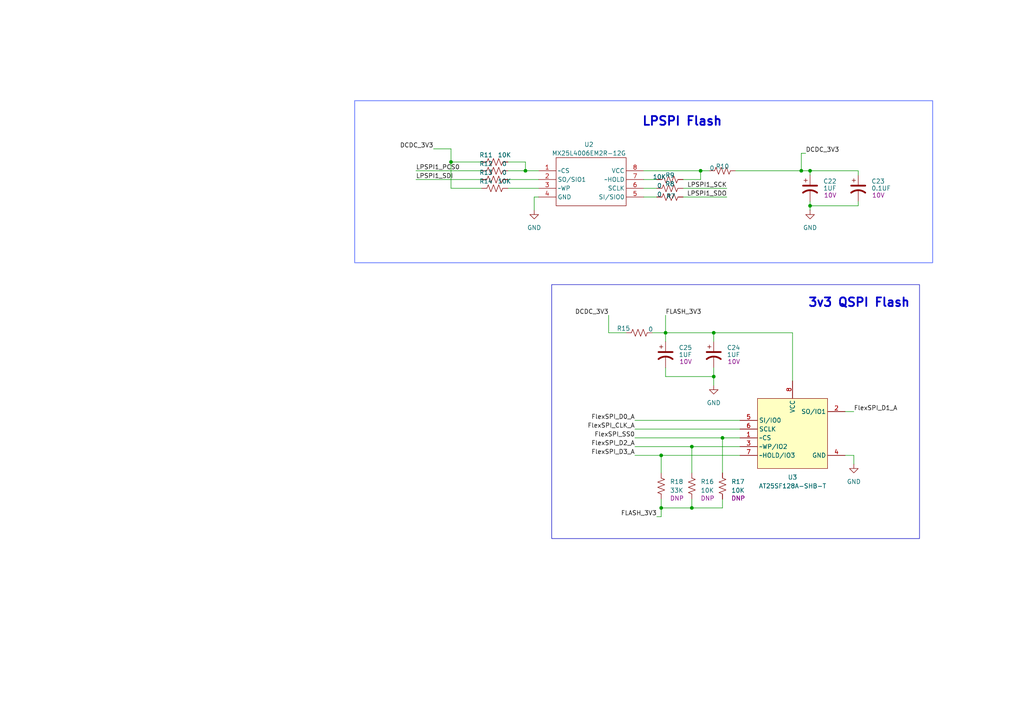
<source format=kicad_sch>
(kicad_sch (version 20231120) (generator "eeschema") (generator_version "8.0")
  (paper "A4")
  (lib_symbols
    (symbol "Device:C_Polarized_US" (pin_numbers hide) (pin_names (offset 0.254) hide)
      (property "Reference" "C" (at 0.635 2.54 0))
      (property "Value" "C_Polarized_US" (at 0.635 -2.54 0))
      (symbol "C_Polarized_US_0_1"
        (polyline (pts (xy -2.032 0.762) (xy 2.032 0.762)) (stroke (width 0.508)))
        (polyline (pts (xy -1.778 2.286) (xy -0.762 2.286)))
        (polyline (pts (xy -1.27 1.778) (xy -1.27 2.794)))
        (arc (start 2.032 -1.27) (mid 0 -0.5572) (end -2.032 -1.27) (stroke (width 0.508)))
      )
      (symbol "C_Polarized_US_1_1"
        (pin passive line (at 0 3.81 270) (length 2.794) (name "~") (number "1"))
        (pin passive line (at 0 -3.81 90) (length 3.302) (name "~") (number "2"))
      )
    )
    (symbol "Device:R_US" (pin_numbers hide) (pin_names (offset 0))
      (property "Reference" "R" (at 2.54 0 90))
      (property "Value" "R_US" (at -2.54 0 90))
      (symbol "R_US_0_1"
        (polyline (pts (xy 0 -2.286) (xy 0 -2.54)))
        (polyline (pts (xy 0 2.286) (xy 0 2.54)))
        (polyline (pts (xy 0 -0.762) (xy 1.016 -1.143) (xy 0 -1.524) (xy -1.016 -1.905) (xy 0 -2.286)))
        (polyline (pts (xy 0 0.762) (xy 1.016 0.381) (xy 0 0) (xy -1.016 -0.381) (xy 0 -0.762)))
        (polyline (pts (xy 0 2.286) (xy 1.016 1.905) (xy 0 1.524) (xy -1.016 1.143) (xy 0 0.762)))
      )
      (symbol "R_US_1_1"
        (pin passive line (at 0 3.81 270) (length 1.27) (name "~") (number "1"))
        (pin passive line (at 0 -3.81 90) (length 1.27) (name "~") (number "2"))
      )
    )
    (symbol "power:GND" (power) (pin_numbers hide) (pin_names (offset 0) hide)
      (property "Value" "GND" (at 0 -3.81 0))
      (symbol "GND_0_1"
        (polyline (pts (xy 0 0) (xy 0 -1.27) (xy 1.27 -1.27) (xy 0 -2.54) (xy -1.27 -1.27) (xy 0 -1.27)))
      )
      (symbol "GND_1_1"
        (pin power_in line (at 0 0 270) (length 0) (name "~") (number "1"))
      )
    )
    (symbol "qris_iot:AT25SF128A-SHB-T"
      (property "Reference" "U" (at -8.636 11.938 0))
      (property "Value" "AT25SF128A-SHB-T" (at 0 -8.128 0))
      (symbol "AT25SF128A-SHB-T_1_1"
        (rectangle (start -10.16 13.97) (end 10.16 -6.35) (fill (type background)))
        (pin input line (at -15.24 2.54 0) (length 5) (name "~CS") (number "1"))
        (pin input line (at 15.24 10.16 180) (length 5) (name "SO/IO1") (number "2"))
        (pin input line (at -15.24 0 0) (length 5) (name "~WP/IO2") (number "3"))
        (pin input line (at 15.24 -2.54 180) (length 5) (name "GND") (number "4"))
        (pin input line (at -15.24 7.62 0) (length 5) (name "SI/IO0") (number "5"))
        (pin input line (at -15.24 5.08 0) (length 5) (name "SCLK") (number "6"))
        (pin input line (at -15.24 -2.54 0) (length 5) (name "~HOLD/IO3") (number "7"))
        (pin input line (at 0 19.05 270) (length 5) (name "VCC") (number "8"))
      )
    )
    (symbol "qris_iot:MX25L4006EM2R-12G"
      (property "Reference" "U" (at -0.508 6.35 0))
      (property "Value" "MX25L4006EM2R-12G" (at 0 -7.874 0))
      (symbol "MX25L4006EM2R-12G_0_1"
        (rectangle (start -10.16 7.62) (end 10.16 -6.35))
      )
      (symbol "MX25L4006EM2R-12G_1_1"
        (pin input line (at -15.24 3.81 0) (length 5) (name "~CS") (number "1"))
        (pin input line (at -15.24 1.27 0) (length 5) (name "SO/SIO1") (number "2"))
        (pin input line (at -15.24 -1.27 0) (length 5) (name "~WP") (number "3"))
        (pin input line (at -15.24 -3.81 0) (length 5) (name "GND") (number "4"))
        (pin input line (at 15.24 -3.81 180) (length 5) (name "SI/SIO0") (number "5"))
        (pin input line (at 15.24 -1.27 180) (length 5) (name "SCLK") (number "6"))
        (pin input line (at 15.24 1.27 180) (length 5) (name "~HOLD") (number "7"))
        (pin input line (at 15.24 3.81 180) (length 5) (name "VCC") (number "8"))
      )
    )
  )
  (junction (at 203.2 49.53))
  (junction (at 191.77 147.32))
  (junction (at 200.66 129.54))
  (junction (at 234.95 49.53))
  (junction (at 207.01 96.52))
  (junction (at 209.55 127))
  (junction (at 232.41 49.53))
  (junction (at 152.4 49.53))
  (junction (at 193.04 96.52))
  (junction (at 200.66 147.32))
  (junction (at 234.95 59.69))
  (junction (at 130.81 46.99))
  (junction (at 191.77 132.08))
  (junction (at 207.01 109.22))
  (wire (pts (xy 184.15 129.54) (xy 200.66 129.54)))
  (wire (pts (xy 198.12 57.15) (xy 210.82 57.15)))
  (wire (pts (xy 193.04 99.06) (xy 193.04 96.52)))
  (wire (pts (xy 207.01 96.52) (xy 207.01 99.06)))
  (wire (pts (xy 186.69 52.07) (xy 190.5 52.07)))
  (wire (pts (xy 139.7 54.61) (xy 130.81 54.61)))
  (wire (pts (xy 176.53 91.44) (xy 176.53 96.52)))
  (wire (pts (xy 156.21 57.15) (xy 154.94 57.15)))
  (wire (pts (xy 186.69 54.61) (xy 190.5 54.61)))
  (wire (pts (xy 147.32 46.99) (xy 152.4 46.99)))
  (wire (pts (xy 198.12 52.07) (xy 203.2 52.07)))
  (wire (pts (xy 147.32 49.53) (xy 152.4 49.53)))
  (wire (pts (xy 207.01 109.22) (xy 207.01 111.76)))
  (wire (pts (xy 191.77 149.86) (xy 191.77 147.32)))
  (wire (pts (xy 200.66 144.78) (xy 200.66 147.32)))
  (wire (pts (xy 130.81 43.18) (xy 130.81 46.99)))
  (wire (pts (xy 233.68 44.45) (xy 232.41 44.45)))
  (wire (pts (xy 245.11 132.08) (xy 247.65 132.08)))
  (wire (pts (xy 130.81 54.61) (xy 130.81 46.99)))
  (wire (pts (xy 229.87 96.52) (xy 207.01 96.52)))
  (wire (pts (xy 234.95 59.69) (xy 234.95 60.96)))
  (wire (pts (xy 200.66 129.54) (xy 214.63 129.54)))
  (wire (pts (xy 200.66 129.54) (xy 200.66 137.16)))
  (wire (pts (xy 184.15 121.92) (xy 214.63 121.92)))
  (wire (pts (xy 120.65 49.53) (xy 139.7 49.53)))
  (wire (pts (xy 234.95 58.42) (xy 234.95 59.69)))
  (wire (pts (xy 193.04 109.22) (xy 207.01 109.22)))
  (wire (pts (xy 125.73 43.18) (xy 130.81 43.18)))
  (wire (pts (xy 120.65 52.07) (xy 139.7 52.07)))
  (wire (pts (xy 234.95 49.53) (xy 248.92 49.53)))
  (wire (pts (xy 209.55 144.78) (xy 209.55 147.32)))
  (wire (pts (xy 213.36 49.53) (xy 232.41 49.53)))
  (wire (pts (xy 184.15 127) (xy 209.55 127)))
  (wire (pts (xy 209.55 127) (xy 214.63 127)))
  (wire (pts (xy 248.92 58.42) (xy 248.92 59.69)))
  (wire (pts (xy 198.12 54.61) (xy 210.82 54.61)))
  (wire (pts (xy 154.94 57.15) (xy 154.94 60.96)))
  (wire (pts (xy 152.4 46.99) (xy 152.4 49.53)))
  (wire (pts (xy 191.77 132.08) (xy 191.77 137.16)))
  (wire (pts (xy 207.01 106.68) (xy 207.01 109.22)))
  (wire (pts (xy 229.87 110.49) (xy 229.87 96.52)))
  (wire (pts (xy 147.32 52.07) (xy 156.21 52.07)))
  (wire (pts (xy 232.41 44.45) (xy 232.41 49.53)))
  (wire (pts (xy 191.77 147.32) (xy 200.66 147.32)))
  (wire (pts (xy 248.92 49.53) (xy 248.92 50.8)))
  (wire (pts (xy 247.65 132.08) (xy 247.65 134.62)))
  (wire (pts (xy 209.55 127) (xy 209.55 137.16)))
  (wire (pts (xy 245.11 119.38) (xy 247.65 119.38)))
  (wire (pts (xy 191.77 132.08) (xy 214.63 132.08)))
  (wire (pts (xy 184.15 132.08) (xy 191.77 132.08)))
  (wire (pts (xy 189.23 96.52) (xy 193.04 96.52)))
  (wire (pts (xy 152.4 49.53) (xy 156.21 49.53)))
  (wire (pts (xy 186.69 57.15) (xy 190.5 57.15)))
  (wire (pts (xy 234.95 59.69) (xy 248.92 59.69)))
  (wire (pts (xy 186.69 49.53) (xy 203.2 49.53)))
  (wire (pts (xy 209.55 147.32) (xy 200.66 147.32)))
  (wire (pts (xy 190.5 149.86) (xy 191.77 149.86)))
  (wire (pts (xy 203.2 49.53) (xy 205.74 49.53)))
  (wire (pts (xy 193.04 106.68) (xy 193.04 109.22)))
  (wire (pts (xy 193.04 91.44) (xy 193.04 96.52)))
  (wire (pts (xy 147.32 54.61) (xy 156.21 54.61)))
  (wire (pts (xy 203.2 52.07) (xy 203.2 49.53)))
  (wire (pts (xy 193.04 96.52) (xy 207.01 96.52)))
  (wire (pts (xy 184.15 124.46) (xy 214.63 124.46)))
  (wire (pts (xy 232.41 49.53) (xy 234.95 49.53)))
  (wire (pts (xy 234.95 49.53) (xy 234.95 50.8)))
  (wire (pts (xy 176.53 96.52) (xy 181.61 96.52)))
  (wire (pts (xy 191.77 147.32) (xy 191.77 144.78)))
  (wire (pts (xy 130.81 46.99) (xy 139.7 46.99)))
  (rectangle (start 102.87 29.21) (end 270.51 76.2) (stroke (width 0.25) (color 108 128 255 1)))
  (rectangle (start 160.02 82.55) (end 266.7 156.21))
  (text "3v3 QSPI Flash" (at 249.174 87.884 0) (effects (font (size 2.5 2.5) (thickness 0.5) (bold yes))))
  (text "LPSPI Flash\n" (at 197.866 35.306 0) (effects (font (size 2.54 2.54) (thickness 0.508) (bold yes))))
  (label "DCDC_3V3" (at 176.53 91.44 180))
  (label "FLASH_3V3" (at 193.04 91.44 0))
  (label "FlexSPI_D3_A" (at 184.15 132.08 180))
  (label "FlexSPI_SS0" (at 184.15 127 180))
  (label "FlexSPI_D0_A" (at 184.15 121.92 180))
  (label "LPSPI1_SDI" (at 120.65 52.07 0))
  (label "DCDC_3V3" (at 125.73 43.18 180))
  (label "FlexSPI_CLK_A" (at 184.15 124.46 180))
  (label "FLASH_3V3" (at 190.5 149.86 180))
  (label "LPSPI1_SCK" (at 210.82 54.61 180))
  (label "DCDC_3V3" (at 233.68 44.45 0))
  (label "FlexSPI_D1_A" (at 247.65 119.38 0))
  (label "LPSPI1_SDO" (at 210.82 57.15 180))
  (label "LPSPI1_PCS0" (at 120.65 49.53 0))
  (label "FlexSPI_D2_A" (at 184.15 129.54 180))
  (symbol (lib_id "qris_iot:AT25SF128A-SHB-T") (at 229.87 129.54 0) (unit 1)
    (property "Reference" "U3" (at 229.87 138.43 0))
    (property "Value" "AT25SF128A-SHB-T" (at 229.87 140.97 0))
    (property "Footprint" "AT25SF128A_SHB_T:IC8_AT25SF128A-SHB-T_ADO" (effects (hide yes)))
    (property "MANUFACTURER" "AT25SF128A-SHB-T" (effects (hide yes)))
  )
  (symbol (lib_id "Device:R_US") (at 194.31 57.15 90) (unit 1)
    (property "Reference" "R7" (at 194.564 56.896 90))
    (property "Value" "0" (at 191.262 56.388 90))
    (property "Footprint" "Resistor_SMD:R_0402_1005Metric" (effects (hide yes)))
    (property "Description" "Resistor, US symbol" (effects (hide yes)))
  )
  (symbol (lib_id "Device:R_US") (at 143.51 49.53 90) (unit 1)
    (property "Reference" "R12" (at 140.97 47.498 90))
    (property "Value" "0" (at 146.304 47.498 90))
    (property "Footprint" "Resistor_SMD:R_0402_1005Metric" (effects (hide yes)))
    (property "Description" "Resistor, US symbol" (effects (hide yes)))
  )
  (symbol (lib_id "Device:R_US") (at 209.55 140.97 0) (unit 1)
    (property "Reference" "R17" (at 212.09 139.6999 0) (effects (justify left)))
    (property "Value" "10K" (at 212.09 142.2399 0) (effects (justify left)))
    (property "Footprint" "Resistor_SMD:R_0402_1005Metric" (effects (hide yes)))
    (property "Description" "Resistor, US symbol" (effects (hide yes)))
    (property "Value2" "DNP" (at 214.122 144.526 0))
  )
  (symbol (lib_id "power:GND") (at 234.95 60.96 0) (unit 1)
    (property "Reference" "#PWR019" (effects (hide yes)))
    (property "Value" "GND" (at 234.95 66.04 0))
    (property "Description" "Power symbol creates a global label with name \"GND\" , ground" (effects (hide yes)))
  )
  (symbol (lib_id "Device:C_Polarized_US") (at 248.92 54.61 0) (unit 1)
    (property "Reference" "C23" (at 252.73 52.578 0) (effects (justify left)))
    (property "Value" "0.1UF" (at 252.73 54.61 0) (effects (justify left)))
    (property "Footprint" "Capacitor_SMD:C_0402_1005Metric" (effects (hide yes)))
    (property "Description" "Polarized capacitor, US symbol" (effects (hide yes)))
    (property "Value2" "10V" (at 254.762 56.642 0))
    (property "MANUFACTURER" "CC0402KRX5R6BB104" (effects (hide yes)))
  )
  (symbol (lib_id "Device:R_US") (at 143.51 54.61 90) (unit 1)
    (property "Reference" "R14" (at 140.97 52.578 90))
    (property "Value" "10K" (at 146.304 52.578 90))
    (property "Footprint" "Resistor_SMD:R_0402_1005Metric" (effects (hide yes)))
    (property "Description" "Resistor, US symbol" (effects (hide yes)))
  )
  (symbol (lib_id "power:GND") (at 154.94 60.96 0) (unit 1)
    (property "Reference" "#PWR020" (effects (hide yes)))
    (property "Value" "GND" (at 154.94 66.04 0))
    (property "Description" "Power symbol creates a global label with name \"GND\" , ground" (effects (hide yes)))
  )
  (symbol (lib_id "power:GND") (at 207.01 111.76 0) (unit 1)
    (property "Reference" "#PWR022" (effects (hide yes)))
    (property "Value" "GND" (at 207.01 116.84 0))
    (property "Description" "Power symbol creates a global label with name \"GND\" , ground" (effects (hide yes)))
  )
  (symbol (lib_id "Device:C_Polarized_US") (at 234.95 54.61 0) (unit 1)
    (property "Reference" "C22" (at 238.76 52.578 0) (effects (justify left)))
    (property "Value" "1UF" (at 238.76 54.61 0) (effects (justify left)))
    (property "Footprint" "Capacitor_SMD:C_0402_1005Metric" (effects (hide yes)))
    (property "Description" "Polarized capacitor, US symbol" (effects (hide yes)))
    (property "Value2" "10V" (at 240.792 56.642 0))
  )
  (symbol (lib_id "power:GND") (at 247.65 134.62 0) (unit 1)
    (property "Reference" "#PWR021" (effects (hide yes)))
    (property "Value" "GND" (at 247.65 139.7 0))
    (property "Description" "Power symbol creates a global label with name \"GND\" , ground" (effects (hide yes)))
  )
  (symbol (lib_id "Device:R_US") (at 191.77 140.97 0) (unit 1)
    (property "Reference" "R18" (at 194.31 139.6999 0) (effects (justify left)))
    (property "Value" "33K" (at 194.31 142.2399 0) (effects (justify left)))
    (property "Footprint" "Resistor_SMD:R_0402_1005Metric" (effects (hide yes)))
    (property "Description" "Resistor, US symbol" (effects (hide yes)))
    (property "Value2" "DNP" (at 196.342 144.526 0))
  )
  (symbol (lib_id "Device:R_US") (at 194.31 54.61 90) (unit 1)
    (property "Reference" "R8" (at 194.31 53.34 90))
    (property "Value" "0" (at 191.262 53.848 90))
    (property "Footprint" "Resistor_SMD:R_0402_1005Metric" (effects (hide yes)))
    (property "Description" "Resistor, US symbol" (effects (hide yes)))
  )
  (symbol (lib_id "Device:R_US") (at 200.66 140.97 0) (unit 1)
    (property "Reference" "R16" (at 203.2 139.6999 0) (effects (justify left)))
    (property "Value" "10K" (at 203.2 142.2399 0) (effects (justify left)))
    (property "Footprint" "Resistor_SMD:R_0402_1005Metric" (effects (hide yes)))
    (property "Description" "Resistor, US symbol" (effects (hide yes)))
    (property "Value2" "DNP" (at 205.232 144.526 0))
  )
  (symbol (lib_id "Device:R_US") (at 143.51 46.99 90) (unit 1)
    (property "Reference" "R11" (at 140.97 44.958 90))
    (property "Value" "10K" (at 146.304 44.958 90))
    (property "Footprint" "Resistor_SMD:R_0402_1005Metric" (effects (hide yes)))
    (property "Description" "Resistor, US symbol" (effects (hide yes)))
  )
  (symbol (lib_id "Device:R_US") (at 209.55 49.53 90) (unit 1)
    (property "Reference" "R10" (at 209.55 48.26 90))
    (property "Value" "0" (at 206.502 48.768 90))
    (property "Footprint" "Resistor_SMD:R_0402_1005Metric" (effects (hide yes)))
    (property "Description" "Resistor, US symbol" (effects (hide yes)))
  )
  (symbol (lib_id "Device:C_Polarized_US") (at 207.01 102.87 0) (unit 1)
    (property "Reference" "C24" (at 210.82 100.838 0) (effects (justify left)))
    (property "Value" "1UF" (at 210.82 102.87 0) (effects (justify left)))
    (property "Footprint" "Capacitor_SMD:C_0402_1005Metric" (effects (hide yes)))
    (property "Description" "Polarized capacitor, US symbol" (effects (hide yes)))
    (property "Value2" "10V" (at 212.852 104.902 0))
  )
  (symbol (lib_id "Device:C_Polarized_US") (at 193.04 102.87 0) (unit 1)
    (property "Reference" "C25" (at 196.85 100.838 0) (effects (justify left)))
    (property "Value" "1UF" (at 196.85 102.87 0) (effects (justify left)))
    (property "Footprint" "Capacitor_SMD:C_0402_1005Metric" (effects (hide yes)))
    (property "Description" "Polarized capacitor, US symbol" (effects (hide yes)))
    (property "Value2" "10V" (at 198.882 104.902 0))
  )
  (symbol (lib_id "Device:R_US") (at 185.42 96.52 90) (unit 1)
    (property "Reference" "R15" (at 180.848 95.25 90))
    (property "Value" "0" (at 188.722 95.504 90))
    (property "Footprint" "Resistor_SMD:R_0402_1005Metric" (effects (hide yes)))
    (property "Description" "Resistor, US symbol" (effects (hide yes)))
  )
  (symbol (lib_id "qris_iot:MX25L4006EM2R-12G") (at 171.45 53.34 0) (unit 1)
    (property "Reference" "U2" (at 170.8116 41.91 0))
    (property "Value" "MX25L4006EM2R-12G" (at 170.8116 44.45 0))
    (property "Footprint" "Package_SON:WSON-8-1EP_6x5mm_P1.27mm_EP3.4x4.3mm" (effects (hide yes)))
    (property "Description" "MX25L4006EZNI-12G" (effects (hide yes)))
    (property "DigikeyPartNumber" "MX25L4006EZNI-12G" (effects (hide yes)))
    (property "MANUFACTURER" "MX25L4006EZNI-12G" (effects (hide yes)))
  )
  (symbol (lib_id "Device:R_US") (at 194.31 52.07 90) (unit 1)
    (property "Reference" "R9" (at 194.31 50.8 90))
    (property "Value" "10K" (at 191.262 51.308 90))
    (property "Footprint" "Resistor_SMD:R_0402_1005Metric" (effects (hide yes)))
    (property "Description" "Resistor, US symbol" (effects (hide yes)))
  )
  (symbol (lib_id "Device:R_US") (at 143.51 52.07 90) (unit 1)
    (property "Reference" "R13" (at 140.97 50.038 90))
    (property "Value" "0" (at 146.304 50.038 90))
    (property "Footprint" "Resistor_SMD:R_0402_1005Metric" (effects (hide yes)))
    (property "Description" "Resistor, US symbol" (effects (hide yes)))
  )
)
</source>
